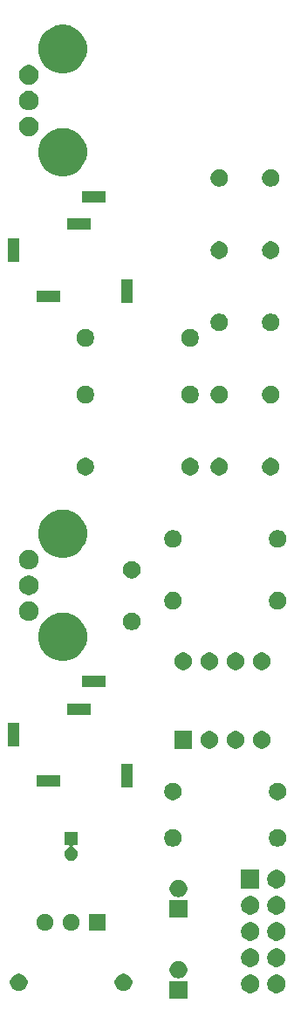
<source format=gbr>
G04 #@! TF.GenerationSoftware,KiCad,Pcbnew,(5.1.5)-3*
G04 #@! TF.CreationDate,2020-08-13T18:34:56-07:00*
G04 #@! TF.ProjectId,Noise_Gen_THT,4e6f6973-655f-4476-956e-5f5448542e6b,rev?*
G04 #@! TF.SameCoordinates,Original*
G04 #@! TF.FileFunction,Soldermask,Bot*
G04 #@! TF.FilePolarity,Negative*
%FSLAX46Y46*%
G04 Gerber Fmt 4.6, Leading zero omitted, Abs format (unit mm)*
G04 Created by KiCad (PCBNEW (5.1.5)-3) date 2020-08-13 18:34:56*
%MOMM*%
%LPD*%
G04 APERTURE LIST*
%ADD10C,0.100000*%
G04 APERTURE END LIST*
D10*
G36*
X18885000Y-98641000D02*
G01*
X17183000Y-98641000D01*
X17183000Y-96939000D01*
X18885000Y-96939000D01*
X18885000Y-98641000D01*
G37*
G36*
X25113512Y-96263927D02*
G01*
X25262812Y-96293624D01*
X25426784Y-96361544D01*
X25574354Y-96460147D01*
X25699853Y-96585646D01*
X25798456Y-96733216D01*
X25866376Y-96897188D01*
X25901000Y-97071259D01*
X25901000Y-97248741D01*
X25866376Y-97422812D01*
X25798456Y-97586784D01*
X25699853Y-97734354D01*
X25574354Y-97859853D01*
X25426784Y-97958456D01*
X25262812Y-98026376D01*
X25113512Y-98056073D01*
X25088742Y-98061000D01*
X24911258Y-98061000D01*
X24886488Y-98056073D01*
X24737188Y-98026376D01*
X24573216Y-97958456D01*
X24425646Y-97859853D01*
X24300147Y-97734354D01*
X24201544Y-97586784D01*
X24133624Y-97422812D01*
X24099000Y-97248741D01*
X24099000Y-97071259D01*
X24133624Y-96897188D01*
X24201544Y-96733216D01*
X24300147Y-96585646D01*
X24425646Y-96460147D01*
X24573216Y-96361544D01*
X24737188Y-96293624D01*
X24886488Y-96263927D01*
X24911258Y-96259000D01*
X25088742Y-96259000D01*
X25113512Y-96263927D01*
G37*
G36*
X27653512Y-96263927D02*
G01*
X27802812Y-96293624D01*
X27966784Y-96361544D01*
X28114354Y-96460147D01*
X28239853Y-96585646D01*
X28338456Y-96733216D01*
X28406376Y-96897188D01*
X28441000Y-97071259D01*
X28441000Y-97248741D01*
X28406376Y-97422812D01*
X28338456Y-97586784D01*
X28239853Y-97734354D01*
X28114354Y-97859853D01*
X27966784Y-97958456D01*
X27802812Y-98026376D01*
X27653512Y-98056073D01*
X27628742Y-98061000D01*
X27451258Y-98061000D01*
X27426488Y-98056073D01*
X27277188Y-98026376D01*
X27113216Y-97958456D01*
X26965646Y-97859853D01*
X26840147Y-97734354D01*
X26741544Y-97586784D01*
X26673624Y-97422812D01*
X26639000Y-97248741D01*
X26639000Y-97071259D01*
X26673624Y-96897188D01*
X26741544Y-96733216D01*
X26840147Y-96585646D01*
X26965646Y-96460147D01*
X27113216Y-96361544D01*
X27277188Y-96293624D01*
X27426488Y-96263927D01*
X27451258Y-96259000D01*
X27628742Y-96259000D01*
X27653512Y-96263927D01*
G37*
G36*
X12948228Y-96209703D02*
G01*
X13103100Y-96273853D01*
X13242481Y-96366985D01*
X13361015Y-96485519D01*
X13454147Y-96624900D01*
X13518297Y-96779772D01*
X13551000Y-96944184D01*
X13551000Y-97111816D01*
X13518297Y-97276228D01*
X13454147Y-97431100D01*
X13361015Y-97570481D01*
X13242481Y-97689015D01*
X13103100Y-97782147D01*
X12948228Y-97846297D01*
X12783816Y-97879000D01*
X12616184Y-97879000D01*
X12451772Y-97846297D01*
X12296900Y-97782147D01*
X12157519Y-97689015D01*
X12038985Y-97570481D01*
X11945853Y-97431100D01*
X11881703Y-97276228D01*
X11849000Y-97111816D01*
X11849000Y-96944184D01*
X11881703Y-96779772D01*
X11945853Y-96624900D01*
X12038985Y-96485519D01*
X12157519Y-96366985D01*
X12296900Y-96273853D01*
X12451772Y-96209703D01*
X12616184Y-96177000D01*
X12783816Y-96177000D01*
X12948228Y-96209703D01*
G37*
G36*
X2788228Y-96209703D02*
G01*
X2943100Y-96273853D01*
X3082481Y-96366985D01*
X3201015Y-96485519D01*
X3294147Y-96624900D01*
X3358297Y-96779772D01*
X3391000Y-96944184D01*
X3391000Y-97111816D01*
X3358297Y-97276228D01*
X3294147Y-97431100D01*
X3201015Y-97570481D01*
X3082481Y-97689015D01*
X2943100Y-97782147D01*
X2788228Y-97846297D01*
X2623816Y-97879000D01*
X2456184Y-97879000D01*
X2291772Y-97846297D01*
X2136900Y-97782147D01*
X1997519Y-97689015D01*
X1878985Y-97570481D01*
X1785853Y-97431100D01*
X1721703Y-97276228D01*
X1689000Y-97111816D01*
X1689000Y-96944184D01*
X1721703Y-96779772D01*
X1785853Y-96624900D01*
X1878985Y-96485519D01*
X1997519Y-96366985D01*
X2136900Y-96273853D01*
X2291772Y-96209703D01*
X2456184Y-96177000D01*
X2623816Y-96177000D01*
X2788228Y-96209703D01*
G37*
G36*
X18282228Y-94971703D02*
G01*
X18437100Y-95035853D01*
X18576481Y-95128985D01*
X18695015Y-95247519D01*
X18788147Y-95386900D01*
X18852297Y-95541772D01*
X18885000Y-95706184D01*
X18885000Y-95873816D01*
X18852297Y-96038228D01*
X18788147Y-96193100D01*
X18695015Y-96332481D01*
X18576481Y-96451015D01*
X18437100Y-96544147D01*
X18282228Y-96608297D01*
X18117816Y-96641000D01*
X17950184Y-96641000D01*
X17785772Y-96608297D01*
X17630900Y-96544147D01*
X17491519Y-96451015D01*
X17372985Y-96332481D01*
X17279853Y-96193100D01*
X17215703Y-96038228D01*
X17183000Y-95873816D01*
X17183000Y-95706184D01*
X17215703Y-95541772D01*
X17279853Y-95386900D01*
X17372985Y-95247519D01*
X17491519Y-95128985D01*
X17630900Y-95035853D01*
X17785772Y-94971703D01*
X17950184Y-94939000D01*
X18117816Y-94939000D01*
X18282228Y-94971703D01*
G37*
G36*
X27653512Y-93723927D02*
G01*
X27802812Y-93753624D01*
X27966784Y-93821544D01*
X28114354Y-93920147D01*
X28239853Y-94045646D01*
X28338456Y-94193216D01*
X28406376Y-94357188D01*
X28441000Y-94531259D01*
X28441000Y-94708741D01*
X28406376Y-94882812D01*
X28338456Y-95046784D01*
X28239853Y-95194354D01*
X28114354Y-95319853D01*
X27966784Y-95418456D01*
X27802812Y-95486376D01*
X27653512Y-95516073D01*
X27628742Y-95521000D01*
X27451258Y-95521000D01*
X27426488Y-95516073D01*
X27277188Y-95486376D01*
X27113216Y-95418456D01*
X26965646Y-95319853D01*
X26840147Y-95194354D01*
X26741544Y-95046784D01*
X26673624Y-94882812D01*
X26639000Y-94708741D01*
X26639000Y-94531259D01*
X26673624Y-94357188D01*
X26741544Y-94193216D01*
X26840147Y-94045646D01*
X26965646Y-93920147D01*
X27113216Y-93821544D01*
X27277188Y-93753624D01*
X27426488Y-93723927D01*
X27451258Y-93719000D01*
X27628742Y-93719000D01*
X27653512Y-93723927D01*
G37*
G36*
X25113512Y-93723927D02*
G01*
X25262812Y-93753624D01*
X25426784Y-93821544D01*
X25574354Y-93920147D01*
X25699853Y-94045646D01*
X25798456Y-94193216D01*
X25866376Y-94357188D01*
X25901000Y-94531259D01*
X25901000Y-94708741D01*
X25866376Y-94882812D01*
X25798456Y-95046784D01*
X25699853Y-95194354D01*
X25574354Y-95319853D01*
X25426784Y-95418456D01*
X25262812Y-95486376D01*
X25113512Y-95516073D01*
X25088742Y-95521000D01*
X24911258Y-95521000D01*
X24886488Y-95516073D01*
X24737188Y-95486376D01*
X24573216Y-95418456D01*
X24425646Y-95319853D01*
X24300147Y-95194354D01*
X24201544Y-95046784D01*
X24133624Y-94882812D01*
X24099000Y-94708741D01*
X24099000Y-94531259D01*
X24133624Y-94357188D01*
X24201544Y-94193216D01*
X24300147Y-94045646D01*
X24425646Y-93920147D01*
X24573216Y-93821544D01*
X24737188Y-93753624D01*
X24886488Y-93723927D01*
X24911258Y-93719000D01*
X25088742Y-93719000D01*
X25113512Y-93723927D01*
G37*
G36*
X25113512Y-91183927D02*
G01*
X25262812Y-91213624D01*
X25426784Y-91281544D01*
X25574354Y-91380147D01*
X25699853Y-91505646D01*
X25798456Y-91653216D01*
X25866376Y-91817188D01*
X25901000Y-91991259D01*
X25901000Y-92168741D01*
X25866376Y-92342812D01*
X25798456Y-92506784D01*
X25699853Y-92654354D01*
X25574354Y-92779853D01*
X25426784Y-92878456D01*
X25262812Y-92946376D01*
X25113512Y-92976073D01*
X25088742Y-92981000D01*
X24911258Y-92981000D01*
X24886488Y-92976073D01*
X24737188Y-92946376D01*
X24573216Y-92878456D01*
X24425646Y-92779853D01*
X24300147Y-92654354D01*
X24201544Y-92506784D01*
X24133624Y-92342812D01*
X24099000Y-92168741D01*
X24099000Y-91991259D01*
X24133624Y-91817188D01*
X24201544Y-91653216D01*
X24300147Y-91505646D01*
X24425646Y-91380147D01*
X24573216Y-91281544D01*
X24737188Y-91213624D01*
X24886488Y-91183927D01*
X24911258Y-91179000D01*
X25088742Y-91179000D01*
X25113512Y-91183927D01*
G37*
G36*
X27653512Y-91183927D02*
G01*
X27802812Y-91213624D01*
X27966784Y-91281544D01*
X28114354Y-91380147D01*
X28239853Y-91505646D01*
X28338456Y-91653216D01*
X28406376Y-91817188D01*
X28441000Y-91991259D01*
X28441000Y-92168741D01*
X28406376Y-92342812D01*
X28338456Y-92506784D01*
X28239853Y-92654354D01*
X28114354Y-92779853D01*
X27966784Y-92878456D01*
X27802812Y-92946376D01*
X27653512Y-92976073D01*
X27628742Y-92981000D01*
X27451258Y-92981000D01*
X27426488Y-92976073D01*
X27277188Y-92946376D01*
X27113216Y-92878456D01*
X26965646Y-92779853D01*
X26840147Y-92654354D01*
X26741544Y-92506784D01*
X26673624Y-92342812D01*
X26639000Y-92168741D01*
X26639000Y-91991259D01*
X26673624Y-91817188D01*
X26741544Y-91653216D01*
X26840147Y-91505646D01*
X26965646Y-91380147D01*
X27113216Y-91281544D01*
X27277188Y-91213624D01*
X27426488Y-91183927D01*
X27451258Y-91179000D01*
X27628742Y-91179000D01*
X27653512Y-91183927D01*
G37*
G36*
X7856560Y-90406166D02*
G01*
X8004153Y-90467301D01*
X8136982Y-90556055D01*
X8249945Y-90669018D01*
X8338699Y-90801847D01*
X8399834Y-90949440D01*
X8431000Y-91106123D01*
X8431000Y-91265877D01*
X8399834Y-91422560D01*
X8338699Y-91570153D01*
X8249945Y-91702982D01*
X8136982Y-91815945D01*
X8004153Y-91904699D01*
X8004152Y-91904700D01*
X8004151Y-91904700D01*
X7856560Y-91965834D01*
X7699878Y-91997000D01*
X7540122Y-91997000D01*
X7383440Y-91965834D01*
X7235849Y-91904700D01*
X7235848Y-91904700D01*
X7235847Y-91904699D01*
X7103018Y-91815945D01*
X6990055Y-91702982D01*
X6901301Y-91570153D01*
X6840166Y-91422560D01*
X6809000Y-91265877D01*
X6809000Y-91106123D01*
X6840166Y-90949440D01*
X6901301Y-90801847D01*
X6990055Y-90669018D01*
X7103018Y-90556055D01*
X7235847Y-90467301D01*
X7383440Y-90406166D01*
X7540122Y-90375000D01*
X7699878Y-90375000D01*
X7856560Y-90406166D01*
G37*
G36*
X5316560Y-90406166D02*
G01*
X5464153Y-90467301D01*
X5596982Y-90556055D01*
X5709945Y-90669018D01*
X5798699Y-90801847D01*
X5859834Y-90949440D01*
X5891000Y-91106123D01*
X5891000Y-91265877D01*
X5859834Y-91422560D01*
X5798699Y-91570153D01*
X5709945Y-91702982D01*
X5596982Y-91815945D01*
X5464153Y-91904699D01*
X5464152Y-91904700D01*
X5464151Y-91904700D01*
X5316560Y-91965834D01*
X5159878Y-91997000D01*
X5000122Y-91997000D01*
X4843440Y-91965834D01*
X4695849Y-91904700D01*
X4695848Y-91904700D01*
X4695847Y-91904699D01*
X4563018Y-91815945D01*
X4450055Y-91702982D01*
X4361301Y-91570153D01*
X4300166Y-91422560D01*
X4269000Y-91265877D01*
X4269000Y-91106123D01*
X4300166Y-90949440D01*
X4361301Y-90801847D01*
X4450055Y-90669018D01*
X4563018Y-90556055D01*
X4695847Y-90467301D01*
X4843440Y-90406166D01*
X5000122Y-90375000D01*
X5159878Y-90375000D01*
X5316560Y-90406166D01*
G37*
G36*
X10971000Y-91997000D02*
G01*
X9349000Y-91997000D01*
X9349000Y-90375000D01*
X10971000Y-90375000D01*
X10971000Y-91997000D01*
G37*
G36*
X18885000Y-90767000D02*
G01*
X17183000Y-90767000D01*
X17183000Y-89065000D01*
X18885000Y-89065000D01*
X18885000Y-90767000D01*
G37*
G36*
X27653512Y-88643927D02*
G01*
X27802812Y-88673624D01*
X27966784Y-88741544D01*
X28114354Y-88840147D01*
X28239853Y-88965646D01*
X28338456Y-89113216D01*
X28406376Y-89277188D01*
X28441000Y-89451259D01*
X28441000Y-89628741D01*
X28406376Y-89802812D01*
X28338456Y-89966784D01*
X28239853Y-90114354D01*
X28114354Y-90239853D01*
X27966784Y-90338456D01*
X27802812Y-90406376D01*
X27653512Y-90436073D01*
X27628742Y-90441000D01*
X27451258Y-90441000D01*
X27426488Y-90436073D01*
X27277188Y-90406376D01*
X27113216Y-90338456D01*
X26965646Y-90239853D01*
X26840147Y-90114354D01*
X26741544Y-89966784D01*
X26673624Y-89802812D01*
X26639000Y-89628741D01*
X26639000Y-89451259D01*
X26673624Y-89277188D01*
X26741544Y-89113216D01*
X26840147Y-88965646D01*
X26965646Y-88840147D01*
X27113216Y-88741544D01*
X27277188Y-88673624D01*
X27426488Y-88643927D01*
X27451258Y-88639000D01*
X27628742Y-88639000D01*
X27653512Y-88643927D01*
G37*
G36*
X25113512Y-88643927D02*
G01*
X25262812Y-88673624D01*
X25426784Y-88741544D01*
X25574354Y-88840147D01*
X25699853Y-88965646D01*
X25798456Y-89113216D01*
X25866376Y-89277188D01*
X25901000Y-89451259D01*
X25901000Y-89628741D01*
X25866376Y-89802812D01*
X25798456Y-89966784D01*
X25699853Y-90114354D01*
X25574354Y-90239853D01*
X25426784Y-90338456D01*
X25262812Y-90406376D01*
X25113512Y-90436073D01*
X25088742Y-90441000D01*
X24911258Y-90441000D01*
X24886488Y-90436073D01*
X24737188Y-90406376D01*
X24573216Y-90338456D01*
X24425646Y-90239853D01*
X24300147Y-90114354D01*
X24201544Y-89966784D01*
X24133624Y-89802812D01*
X24099000Y-89628741D01*
X24099000Y-89451259D01*
X24133624Y-89277188D01*
X24201544Y-89113216D01*
X24300147Y-88965646D01*
X24425646Y-88840147D01*
X24573216Y-88741544D01*
X24737188Y-88673624D01*
X24886488Y-88643927D01*
X24911258Y-88639000D01*
X25088742Y-88639000D01*
X25113512Y-88643927D01*
G37*
G36*
X18282228Y-87097703D02*
G01*
X18437100Y-87161853D01*
X18576481Y-87254985D01*
X18695015Y-87373519D01*
X18788147Y-87512900D01*
X18852297Y-87667772D01*
X18885000Y-87832184D01*
X18885000Y-87999816D01*
X18852297Y-88164228D01*
X18788147Y-88319100D01*
X18695015Y-88458481D01*
X18576481Y-88577015D01*
X18437100Y-88670147D01*
X18282228Y-88734297D01*
X18117816Y-88767000D01*
X17950184Y-88767000D01*
X17785772Y-88734297D01*
X17630900Y-88670147D01*
X17491519Y-88577015D01*
X17372985Y-88458481D01*
X17279853Y-88319100D01*
X17215703Y-88164228D01*
X17183000Y-87999816D01*
X17183000Y-87832184D01*
X17215703Y-87667772D01*
X17279853Y-87512900D01*
X17372985Y-87373519D01*
X17491519Y-87254985D01*
X17630900Y-87161853D01*
X17785772Y-87097703D01*
X17950184Y-87065000D01*
X18117816Y-87065000D01*
X18282228Y-87097703D01*
G37*
G36*
X25901000Y-87901000D02*
G01*
X24099000Y-87901000D01*
X24099000Y-86099000D01*
X25901000Y-86099000D01*
X25901000Y-87901000D01*
G37*
G36*
X27653512Y-86103927D02*
G01*
X27802812Y-86133624D01*
X27966784Y-86201544D01*
X28114354Y-86300147D01*
X28239853Y-86425646D01*
X28338456Y-86573216D01*
X28406376Y-86737188D01*
X28436073Y-86886488D01*
X28441000Y-86911258D01*
X28441000Y-87088742D01*
X28439217Y-87097705D01*
X28406376Y-87262812D01*
X28338456Y-87426784D01*
X28239853Y-87574354D01*
X28114354Y-87699853D01*
X27966784Y-87798456D01*
X27802812Y-87866376D01*
X27653512Y-87896073D01*
X27628742Y-87901000D01*
X27451258Y-87901000D01*
X27426488Y-87896073D01*
X27277188Y-87866376D01*
X27113216Y-87798456D01*
X26965646Y-87699853D01*
X26840147Y-87574354D01*
X26741544Y-87426784D01*
X26673624Y-87262812D01*
X26640783Y-87097705D01*
X26639000Y-87088742D01*
X26639000Y-86911258D01*
X26643927Y-86886488D01*
X26673624Y-86737188D01*
X26741544Y-86573216D01*
X26840147Y-86425646D01*
X26965646Y-86300147D01*
X27113216Y-86201544D01*
X27277188Y-86133624D01*
X27426488Y-86103927D01*
X27451258Y-86099000D01*
X27628742Y-86099000D01*
X27653512Y-86103927D01*
G37*
G36*
X8271000Y-83709000D02*
G01*
X7899891Y-83709000D01*
X7875505Y-83711402D01*
X7852056Y-83718515D01*
X7830445Y-83730066D01*
X7811503Y-83745611D01*
X7795958Y-83764553D01*
X7784407Y-83786164D01*
X7777294Y-83809613D01*
X7774892Y-83833999D01*
X7777294Y-83858385D01*
X7784407Y-83881834D01*
X7795958Y-83903445D01*
X7811503Y-83922387D01*
X7830445Y-83937932D01*
X7852055Y-83949483D01*
X7928364Y-83981091D01*
X8034988Y-84052335D01*
X8125665Y-84143012D01*
X8196909Y-84249636D01*
X8245983Y-84368110D01*
X8271000Y-84493882D01*
X8271000Y-84622118D01*
X8245983Y-84747890D01*
X8196909Y-84866364D01*
X8125665Y-84972988D01*
X8034988Y-85063665D01*
X7928364Y-85134909D01*
X7928363Y-85134910D01*
X7928362Y-85134910D01*
X7809890Y-85183983D01*
X7684119Y-85209000D01*
X7555881Y-85209000D01*
X7430110Y-85183983D01*
X7311638Y-85134910D01*
X7311637Y-85134910D01*
X7311636Y-85134909D01*
X7205012Y-85063665D01*
X7114335Y-84972988D01*
X7043091Y-84866364D01*
X6994017Y-84747890D01*
X6969000Y-84622118D01*
X6969000Y-84493882D01*
X6994017Y-84368110D01*
X7043091Y-84249636D01*
X7114335Y-84143012D01*
X7205012Y-84052335D01*
X7311636Y-83981091D01*
X7387945Y-83949483D01*
X7409555Y-83937932D01*
X7428497Y-83922387D01*
X7444042Y-83903445D01*
X7455593Y-83881834D01*
X7462706Y-83858385D01*
X7465108Y-83833999D01*
X7462706Y-83809613D01*
X7455593Y-83786164D01*
X7444042Y-83764553D01*
X7428497Y-83745611D01*
X7409555Y-83730066D01*
X7387944Y-83718515D01*
X7364495Y-83711402D01*
X7340109Y-83709000D01*
X6969000Y-83709000D01*
X6969000Y-82407000D01*
X8271000Y-82407000D01*
X8271000Y-83709000D01*
G37*
G36*
X27908228Y-82181703D02*
G01*
X28063100Y-82245853D01*
X28202481Y-82338985D01*
X28321015Y-82457519D01*
X28414147Y-82596900D01*
X28478297Y-82751772D01*
X28511000Y-82916184D01*
X28511000Y-83083816D01*
X28478297Y-83248228D01*
X28414147Y-83403100D01*
X28321015Y-83542481D01*
X28202481Y-83661015D01*
X28063100Y-83754147D01*
X27908228Y-83818297D01*
X27743816Y-83851000D01*
X27576184Y-83851000D01*
X27411772Y-83818297D01*
X27256900Y-83754147D01*
X27117519Y-83661015D01*
X26998985Y-83542481D01*
X26905853Y-83403100D01*
X26841703Y-83248228D01*
X26809000Y-83083816D01*
X26809000Y-82916184D01*
X26841703Y-82751772D01*
X26905853Y-82596900D01*
X26998985Y-82457519D01*
X27117519Y-82338985D01*
X27256900Y-82245853D01*
X27411772Y-82181703D01*
X27576184Y-82149000D01*
X27743816Y-82149000D01*
X27908228Y-82181703D01*
G37*
G36*
X17748228Y-82181703D02*
G01*
X17903100Y-82245853D01*
X18042481Y-82338985D01*
X18161015Y-82457519D01*
X18254147Y-82596900D01*
X18318297Y-82751772D01*
X18351000Y-82916184D01*
X18351000Y-83083816D01*
X18318297Y-83248228D01*
X18254147Y-83403100D01*
X18161015Y-83542481D01*
X18042481Y-83661015D01*
X17903100Y-83754147D01*
X17748228Y-83818297D01*
X17583816Y-83851000D01*
X17416184Y-83851000D01*
X17251772Y-83818297D01*
X17096900Y-83754147D01*
X16957519Y-83661015D01*
X16838985Y-83542481D01*
X16745853Y-83403100D01*
X16681703Y-83248228D01*
X16649000Y-83083816D01*
X16649000Y-82916184D01*
X16681703Y-82751772D01*
X16745853Y-82596900D01*
X16838985Y-82457519D01*
X16957519Y-82338985D01*
X17096900Y-82245853D01*
X17251772Y-82181703D01*
X17416184Y-82149000D01*
X17583816Y-82149000D01*
X17748228Y-82181703D01*
G37*
G36*
X27908228Y-77681703D02*
G01*
X28063100Y-77745853D01*
X28202481Y-77838985D01*
X28321015Y-77957519D01*
X28414147Y-78096900D01*
X28478297Y-78251772D01*
X28511000Y-78416184D01*
X28511000Y-78583816D01*
X28478297Y-78748228D01*
X28414147Y-78903100D01*
X28321015Y-79042481D01*
X28202481Y-79161015D01*
X28063100Y-79254147D01*
X27908228Y-79318297D01*
X27743816Y-79351000D01*
X27576184Y-79351000D01*
X27411772Y-79318297D01*
X27256900Y-79254147D01*
X27117519Y-79161015D01*
X26998985Y-79042481D01*
X26905853Y-78903100D01*
X26841703Y-78748228D01*
X26809000Y-78583816D01*
X26809000Y-78416184D01*
X26841703Y-78251772D01*
X26905853Y-78096900D01*
X26998985Y-77957519D01*
X27117519Y-77838985D01*
X27256900Y-77745853D01*
X27411772Y-77681703D01*
X27576184Y-77649000D01*
X27743816Y-77649000D01*
X27908228Y-77681703D01*
G37*
G36*
X17748228Y-77681703D02*
G01*
X17903100Y-77745853D01*
X18042481Y-77838985D01*
X18161015Y-77957519D01*
X18254147Y-78096900D01*
X18318297Y-78251772D01*
X18351000Y-78416184D01*
X18351000Y-78583816D01*
X18318297Y-78748228D01*
X18254147Y-78903100D01*
X18161015Y-79042481D01*
X18042481Y-79161015D01*
X17903100Y-79254147D01*
X17748228Y-79318297D01*
X17583816Y-79351000D01*
X17416184Y-79351000D01*
X17251772Y-79318297D01*
X17096900Y-79254147D01*
X16957519Y-79161015D01*
X16838985Y-79042481D01*
X16745853Y-78903100D01*
X16681703Y-78748228D01*
X16649000Y-78583816D01*
X16649000Y-78416184D01*
X16681703Y-78251772D01*
X16745853Y-78096900D01*
X16838985Y-77957519D01*
X16957519Y-77838985D01*
X17096900Y-77745853D01*
X17251772Y-77681703D01*
X17416184Y-77649000D01*
X17583816Y-77649000D01*
X17748228Y-77681703D01*
G37*
G36*
X13551000Y-78151000D02*
G01*
X12449000Y-78151000D01*
X12449000Y-75849000D01*
X13551000Y-75849000D01*
X13551000Y-78151000D01*
G37*
G36*
X6551000Y-78051000D02*
G01*
X4249000Y-78051000D01*
X4249000Y-76949000D01*
X6551000Y-76949000D01*
X6551000Y-78051000D01*
G37*
G36*
X19351000Y-74351000D02*
G01*
X17649000Y-74351000D01*
X17649000Y-72649000D01*
X19351000Y-72649000D01*
X19351000Y-74351000D01*
G37*
G36*
X21288228Y-72681703D02*
G01*
X21443100Y-72745853D01*
X21582481Y-72838985D01*
X21701015Y-72957519D01*
X21794147Y-73096900D01*
X21858297Y-73251772D01*
X21891000Y-73416184D01*
X21891000Y-73583816D01*
X21858297Y-73748228D01*
X21794147Y-73903100D01*
X21701015Y-74042481D01*
X21582481Y-74161015D01*
X21443100Y-74254147D01*
X21288228Y-74318297D01*
X21123816Y-74351000D01*
X20956184Y-74351000D01*
X20791772Y-74318297D01*
X20636900Y-74254147D01*
X20497519Y-74161015D01*
X20378985Y-74042481D01*
X20285853Y-73903100D01*
X20221703Y-73748228D01*
X20189000Y-73583816D01*
X20189000Y-73416184D01*
X20221703Y-73251772D01*
X20285853Y-73096900D01*
X20378985Y-72957519D01*
X20497519Y-72838985D01*
X20636900Y-72745853D01*
X20791772Y-72681703D01*
X20956184Y-72649000D01*
X21123816Y-72649000D01*
X21288228Y-72681703D01*
G37*
G36*
X23828228Y-72681703D02*
G01*
X23983100Y-72745853D01*
X24122481Y-72838985D01*
X24241015Y-72957519D01*
X24334147Y-73096900D01*
X24398297Y-73251772D01*
X24431000Y-73416184D01*
X24431000Y-73583816D01*
X24398297Y-73748228D01*
X24334147Y-73903100D01*
X24241015Y-74042481D01*
X24122481Y-74161015D01*
X23983100Y-74254147D01*
X23828228Y-74318297D01*
X23663816Y-74351000D01*
X23496184Y-74351000D01*
X23331772Y-74318297D01*
X23176900Y-74254147D01*
X23037519Y-74161015D01*
X22918985Y-74042481D01*
X22825853Y-73903100D01*
X22761703Y-73748228D01*
X22729000Y-73583816D01*
X22729000Y-73416184D01*
X22761703Y-73251772D01*
X22825853Y-73096900D01*
X22918985Y-72957519D01*
X23037519Y-72838985D01*
X23176900Y-72745853D01*
X23331772Y-72681703D01*
X23496184Y-72649000D01*
X23663816Y-72649000D01*
X23828228Y-72681703D01*
G37*
G36*
X26368228Y-72681703D02*
G01*
X26523100Y-72745853D01*
X26662481Y-72838985D01*
X26781015Y-72957519D01*
X26874147Y-73096900D01*
X26938297Y-73251772D01*
X26971000Y-73416184D01*
X26971000Y-73583816D01*
X26938297Y-73748228D01*
X26874147Y-73903100D01*
X26781015Y-74042481D01*
X26662481Y-74161015D01*
X26523100Y-74254147D01*
X26368228Y-74318297D01*
X26203816Y-74351000D01*
X26036184Y-74351000D01*
X25871772Y-74318297D01*
X25716900Y-74254147D01*
X25577519Y-74161015D01*
X25458985Y-74042481D01*
X25365853Y-73903100D01*
X25301703Y-73748228D01*
X25269000Y-73583816D01*
X25269000Y-73416184D01*
X25301703Y-73251772D01*
X25365853Y-73096900D01*
X25458985Y-72957519D01*
X25577519Y-72838985D01*
X25716900Y-72745853D01*
X25871772Y-72681703D01*
X26036184Y-72649000D01*
X26203816Y-72649000D01*
X26368228Y-72681703D01*
G37*
G36*
X2551000Y-74151000D02*
G01*
X1449000Y-74151000D01*
X1449000Y-71849000D01*
X2551000Y-71849000D01*
X2551000Y-74151000D01*
G37*
G36*
X9551000Y-71051000D02*
G01*
X7249000Y-71051000D01*
X7249000Y-69949000D01*
X9551000Y-69949000D01*
X9551000Y-71051000D01*
G37*
G36*
X10951000Y-68351000D02*
G01*
X8649000Y-68351000D01*
X8649000Y-67249000D01*
X10951000Y-67249000D01*
X10951000Y-68351000D01*
G37*
G36*
X18748228Y-65061703D02*
G01*
X18903100Y-65125853D01*
X19042481Y-65218985D01*
X19161015Y-65337519D01*
X19254147Y-65476900D01*
X19318297Y-65631772D01*
X19351000Y-65796184D01*
X19351000Y-65963816D01*
X19318297Y-66128228D01*
X19254147Y-66283100D01*
X19161015Y-66422481D01*
X19042481Y-66541015D01*
X18903100Y-66634147D01*
X18748228Y-66698297D01*
X18583816Y-66731000D01*
X18416184Y-66731000D01*
X18251772Y-66698297D01*
X18096900Y-66634147D01*
X17957519Y-66541015D01*
X17838985Y-66422481D01*
X17745853Y-66283100D01*
X17681703Y-66128228D01*
X17649000Y-65963816D01*
X17649000Y-65796184D01*
X17681703Y-65631772D01*
X17745853Y-65476900D01*
X17838985Y-65337519D01*
X17957519Y-65218985D01*
X18096900Y-65125853D01*
X18251772Y-65061703D01*
X18416184Y-65029000D01*
X18583816Y-65029000D01*
X18748228Y-65061703D01*
G37*
G36*
X21288228Y-65061703D02*
G01*
X21443100Y-65125853D01*
X21582481Y-65218985D01*
X21701015Y-65337519D01*
X21794147Y-65476900D01*
X21858297Y-65631772D01*
X21891000Y-65796184D01*
X21891000Y-65963816D01*
X21858297Y-66128228D01*
X21794147Y-66283100D01*
X21701015Y-66422481D01*
X21582481Y-66541015D01*
X21443100Y-66634147D01*
X21288228Y-66698297D01*
X21123816Y-66731000D01*
X20956184Y-66731000D01*
X20791772Y-66698297D01*
X20636900Y-66634147D01*
X20497519Y-66541015D01*
X20378985Y-66422481D01*
X20285853Y-66283100D01*
X20221703Y-66128228D01*
X20189000Y-65963816D01*
X20189000Y-65796184D01*
X20221703Y-65631772D01*
X20285853Y-65476900D01*
X20378985Y-65337519D01*
X20497519Y-65218985D01*
X20636900Y-65125853D01*
X20791772Y-65061703D01*
X20956184Y-65029000D01*
X21123816Y-65029000D01*
X21288228Y-65061703D01*
G37*
G36*
X23828228Y-65061703D02*
G01*
X23983100Y-65125853D01*
X24122481Y-65218985D01*
X24241015Y-65337519D01*
X24334147Y-65476900D01*
X24398297Y-65631772D01*
X24431000Y-65796184D01*
X24431000Y-65963816D01*
X24398297Y-66128228D01*
X24334147Y-66283100D01*
X24241015Y-66422481D01*
X24122481Y-66541015D01*
X23983100Y-66634147D01*
X23828228Y-66698297D01*
X23663816Y-66731000D01*
X23496184Y-66731000D01*
X23331772Y-66698297D01*
X23176900Y-66634147D01*
X23037519Y-66541015D01*
X22918985Y-66422481D01*
X22825853Y-66283100D01*
X22761703Y-66128228D01*
X22729000Y-65963816D01*
X22729000Y-65796184D01*
X22761703Y-65631772D01*
X22825853Y-65476900D01*
X22918985Y-65337519D01*
X23037519Y-65218985D01*
X23176900Y-65125853D01*
X23331772Y-65061703D01*
X23496184Y-65029000D01*
X23663816Y-65029000D01*
X23828228Y-65061703D01*
G37*
G36*
X26368228Y-65061703D02*
G01*
X26523100Y-65125853D01*
X26662481Y-65218985D01*
X26781015Y-65337519D01*
X26874147Y-65476900D01*
X26938297Y-65631772D01*
X26971000Y-65796184D01*
X26971000Y-65963816D01*
X26938297Y-66128228D01*
X26874147Y-66283100D01*
X26781015Y-66422481D01*
X26662481Y-66541015D01*
X26523100Y-66634147D01*
X26368228Y-66698297D01*
X26203816Y-66731000D01*
X26036184Y-66731000D01*
X25871772Y-66698297D01*
X25716900Y-66634147D01*
X25577519Y-66541015D01*
X25458985Y-66422481D01*
X25365853Y-66283100D01*
X25301703Y-66128228D01*
X25269000Y-65963816D01*
X25269000Y-65796184D01*
X25301703Y-65631772D01*
X25365853Y-65476900D01*
X25458985Y-65337519D01*
X25577519Y-65218985D01*
X25716900Y-65125853D01*
X25871772Y-65061703D01*
X26036184Y-65029000D01*
X26203816Y-65029000D01*
X26368228Y-65061703D01*
G37*
G36*
X7334358Y-61209232D02*
G01*
X7485761Y-61239348D01*
X7913616Y-61416571D01*
X8298675Y-61673859D01*
X8626141Y-62001325D01*
X8883429Y-62386384D01*
X9060652Y-62814239D01*
X9151000Y-63268447D01*
X9151000Y-63731553D01*
X9060652Y-64185761D01*
X8883429Y-64613616D01*
X8626141Y-64998675D01*
X8298675Y-65326141D01*
X7913616Y-65583429D01*
X7485761Y-65760652D01*
X7334358Y-65790768D01*
X7031555Y-65851000D01*
X6568445Y-65851000D01*
X6265642Y-65790768D01*
X6114239Y-65760652D01*
X5686384Y-65583429D01*
X5301325Y-65326141D01*
X4973859Y-64998675D01*
X4716571Y-64613616D01*
X4539348Y-64185761D01*
X4449000Y-63731553D01*
X4449000Y-63268447D01*
X4539348Y-62814239D01*
X4716571Y-62386384D01*
X4973859Y-62001325D01*
X5301325Y-61673859D01*
X5686384Y-61416571D01*
X6114239Y-61239348D01*
X6265642Y-61209232D01*
X6568445Y-61149000D01*
X7031555Y-61149000D01*
X7334358Y-61209232D01*
G37*
G36*
X13748228Y-61181703D02*
G01*
X13903100Y-61245853D01*
X14042481Y-61338985D01*
X14161015Y-61457519D01*
X14254147Y-61596900D01*
X14318297Y-61751772D01*
X14351000Y-61916184D01*
X14351000Y-62083816D01*
X14318297Y-62248228D01*
X14254147Y-62403100D01*
X14161015Y-62542481D01*
X14042481Y-62661015D01*
X13903100Y-62754147D01*
X13748228Y-62818297D01*
X13583816Y-62851000D01*
X13416184Y-62851000D01*
X13251772Y-62818297D01*
X13096900Y-62754147D01*
X12957519Y-62661015D01*
X12838985Y-62542481D01*
X12745853Y-62403100D01*
X12681703Y-62248228D01*
X12649000Y-62083816D01*
X12649000Y-61916184D01*
X12681703Y-61751772D01*
X12745853Y-61596900D01*
X12838985Y-61457519D01*
X12957519Y-61338985D01*
X13096900Y-61245853D01*
X13251772Y-61181703D01*
X13416184Y-61149000D01*
X13583816Y-61149000D01*
X13748228Y-61181703D01*
G37*
G36*
X3777395Y-60085546D02*
G01*
X3950466Y-60157234D01*
X3950467Y-60157235D01*
X4106227Y-60261310D01*
X4238690Y-60393773D01*
X4238691Y-60393775D01*
X4342766Y-60549534D01*
X4414454Y-60722605D01*
X4451000Y-60906333D01*
X4451000Y-61093667D01*
X4414454Y-61277395D01*
X4342766Y-61450466D01*
X4291081Y-61527818D01*
X4238690Y-61606227D01*
X4106227Y-61738690D01*
X4086648Y-61751772D01*
X3950466Y-61842766D01*
X3777395Y-61914454D01*
X3593667Y-61951000D01*
X3406333Y-61951000D01*
X3222605Y-61914454D01*
X3049534Y-61842766D01*
X2913352Y-61751772D01*
X2893773Y-61738690D01*
X2761310Y-61606227D01*
X2708919Y-61527818D01*
X2657234Y-61450466D01*
X2585546Y-61277395D01*
X2549000Y-61093667D01*
X2549000Y-60906333D01*
X2585546Y-60722605D01*
X2657234Y-60549534D01*
X2761309Y-60393775D01*
X2761310Y-60393773D01*
X2893773Y-60261310D01*
X3049533Y-60157235D01*
X3049534Y-60157234D01*
X3222605Y-60085546D01*
X3406333Y-60049000D01*
X3593667Y-60049000D01*
X3777395Y-60085546D01*
G37*
G36*
X27908228Y-59181703D02*
G01*
X28063100Y-59245853D01*
X28202481Y-59338985D01*
X28321015Y-59457519D01*
X28414147Y-59596900D01*
X28478297Y-59751772D01*
X28511000Y-59916184D01*
X28511000Y-60083816D01*
X28478297Y-60248228D01*
X28414147Y-60403100D01*
X28321015Y-60542481D01*
X28202481Y-60661015D01*
X28063100Y-60754147D01*
X27908228Y-60818297D01*
X27743816Y-60851000D01*
X27576184Y-60851000D01*
X27411772Y-60818297D01*
X27256900Y-60754147D01*
X27117519Y-60661015D01*
X26998985Y-60542481D01*
X26905853Y-60403100D01*
X26841703Y-60248228D01*
X26809000Y-60083816D01*
X26809000Y-59916184D01*
X26841703Y-59751772D01*
X26905853Y-59596900D01*
X26998985Y-59457519D01*
X27117519Y-59338985D01*
X27256900Y-59245853D01*
X27411772Y-59181703D01*
X27576184Y-59149000D01*
X27743816Y-59149000D01*
X27908228Y-59181703D01*
G37*
G36*
X17748228Y-59181703D02*
G01*
X17903100Y-59245853D01*
X18042481Y-59338985D01*
X18161015Y-59457519D01*
X18254147Y-59596900D01*
X18318297Y-59751772D01*
X18351000Y-59916184D01*
X18351000Y-60083816D01*
X18318297Y-60248228D01*
X18254147Y-60403100D01*
X18161015Y-60542481D01*
X18042481Y-60661015D01*
X17903100Y-60754147D01*
X17748228Y-60818297D01*
X17583816Y-60851000D01*
X17416184Y-60851000D01*
X17251772Y-60818297D01*
X17096900Y-60754147D01*
X16957519Y-60661015D01*
X16838985Y-60542481D01*
X16745853Y-60403100D01*
X16681703Y-60248228D01*
X16649000Y-60083816D01*
X16649000Y-59916184D01*
X16681703Y-59751772D01*
X16745853Y-59596900D01*
X16838985Y-59457519D01*
X16957519Y-59338985D01*
X17096900Y-59245853D01*
X17251772Y-59181703D01*
X17416184Y-59149000D01*
X17583816Y-59149000D01*
X17748228Y-59181703D01*
G37*
G36*
X3777395Y-57585546D02*
G01*
X3950466Y-57657234D01*
X4027818Y-57708919D01*
X4106227Y-57761310D01*
X4238690Y-57893773D01*
X4238691Y-57893775D01*
X4342766Y-58049534D01*
X4414454Y-58222605D01*
X4451000Y-58406333D01*
X4451000Y-58593667D01*
X4414454Y-58777395D01*
X4342766Y-58950466D01*
X4342765Y-58950467D01*
X4238690Y-59106227D01*
X4106227Y-59238690D01*
X4027818Y-59291081D01*
X3950466Y-59342766D01*
X3777395Y-59414454D01*
X3593667Y-59451000D01*
X3406333Y-59451000D01*
X3222605Y-59414454D01*
X3049534Y-59342766D01*
X2972182Y-59291081D01*
X2893773Y-59238690D01*
X2761310Y-59106227D01*
X2657235Y-58950467D01*
X2657234Y-58950466D01*
X2585546Y-58777395D01*
X2549000Y-58593667D01*
X2549000Y-58406333D01*
X2585546Y-58222605D01*
X2657234Y-58049534D01*
X2761309Y-57893775D01*
X2761310Y-57893773D01*
X2893773Y-57761310D01*
X2972182Y-57708919D01*
X3049534Y-57657234D01*
X3222605Y-57585546D01*
X3406333Y-57549000D01*
X3593667Y-57549000D01*
X3777395Y-57585546D01*
G37*
G36*
X13748228Y-56181703D02*
G01*
X13903100Y-56245853D01*
X14042481Y-56338985D01*
X14161015Y-56457519D01*
X14254147Y-56596900D01*
X14318297Y-56751772D01*
X14351000Y-56916184D01*
X14351000Y-57083816D01*
X14318297Y-57248228D01*
X14254147Y-57403100D01*
X14161015Y-57542481D01*
X14042481Y-57661015D01*
X13903100Y-57754147D01*
X13748228Y-57818297D01*
X13583816Y-57851000D01*
X13416184Y-57851000D01*
X13251772Y-57818297D01*
X13096900Y-57754147D01*
X12957519Y-57661015D01*
X12838985Y-57542481D01*
X12745853Y-57403100D01*
X12681703Y-57248228D01*
X12649000Y-57083816D01*
X12649000Y-56916184D01*
X12681703Y-56751772D01*
X12745853Y-56596900D01*
X12838985Y-56457519D01*
X12957519Y-56338985D01*
X13096900Y-56245853D01*
X13251772Y-56181703D01*
X13416184Y-56149000D01*
X13583816Y-56149000D01*
X13748228Y-56181703D01*
G37*
G36*
X3777395Y-55085546D02*
G01*
X3950466Y-55157234D01*
X3950467Y-55157235D01*
X4106227Y-55261310D01*
X4238690Y-55393773D01*
X4238691Y-55393775D01*
X4342766Y-55549534D01*
X4414454Y-55722605D01*
X4451000Y-55906333D01*
X4451000Y-56093667D01*
X4414454Y-56277395D01*
X4342766Y-56450466D01*
X4291081Y-56527818D01*
X4238690Y-56606227D01*
X4106227Y-56738690D01*
X4086648Y-56751772D01*
X3950466Y-56842766D01*
X3777395Y-56914454D01*
X3593667Y-56951000D01*
X3406333Y-56951000D01*
X3222605Y-56914454D01*
X3049534Y-56842766D01*
X2913352Y-56751772D01*
X2893773Y-56738690D01*
X2761310Y-56606227D01*
X2708919Y-56527818D01*
X2657234Y-56450466D01*
X2585546Y-56277395D01*
X2549000Y-56093667D01*
X2549000Y-55906333D01*
X2585546Y-55722605D01*
X2657234Y-55549534D01*
X2761309Y-55393775D01*
X2761310Y-55393773D01*
X2893773Y-55261310D01*
X3049533Y-55157235D01*
X3049534Y-55157234D01*
X3222605Y-55085546D01*
X3406333Y-55049000D01*
X3593667Y-55049000D01*
X3777395Y-55085546D01*
G37*
G36*
X7334358Y-51209232D02*
G01*
X7485761Y-51239348D01*
X7913616Y-51416571D01*
X8298675Y-51673859D01*
X8626141Y-52001325D01*
X8883429Y-52386384D01*
X8883430Y-52386386D01*
X9060652Y-52814240D01*
X9151000Y-53268445D01*
X9151000Y-53731555D01*
X9060652Y-54185760D01*
X8912895Y-54542480D01*
X8883429Y-54613616D01*
X8626141Y-54998675D01*
X8298675Y-55326141D01*
X7913616Y-55583429D01*
X7485761Y-55760652D01*
X7334358Y-55790768D01*
X7031555Y-55851000D01*
X6568445Y-55851000D01*
X6265642Y-55790768D01*
X6114239Y-55760652D01*
X5686384Y-55583429D01*
X5301325Y-55326141D01*
X4973859Y-54998675D01*
X4716571Y-54613616D01*
X4687106Y-54542480D01*
X4539348Y-54185760D01*
X4449000Y-53731555D01*
X4449000Y-53268445D01*
X4539348Y-52814240D01*
X4716570Y-52386386D01*
X4716571Y-52386384D01*
X4973859Y-52001325D01*
X5301325Y-51673859D01*
X5686384Y-51416571D01*
X6114239Y-51239348D01*
X6265642Y-51209232D01*
X6568445Y-51149000D01*
X7031555Y-51149000D01*
X7334358Y-51209232D01*
G37*
G36*
X27908228Y-53181703D02*
G01*
X28063100Y-53245853D01*
X28202481Y-53338985D01*
X28321015Y-53457519D01*
X28414147Y-53596900D01*
X28478297Y-53751772D01*
X28511000Y-53916184D01*
X28511000Y-54083816D01*
X28478297Y-54248228D01*
X28414147Y-54403100D01*
X28321015Y-54542481D01*
X28202481Y-54661015D01*
X28063100Y-54754147D01*
X27908228Y-54818297D01*
X27743816Y-54851000D01*
X27576184Y-54851000D01*
X27411772Y-54818297D01*
X27256900Y-54754147D01*
X27117519Y-54661015D01*
X26998985Y-54542481D01*
X26905853Y-54403100D01*
X26841703Y-54248228D01*
X26809000Y-54083816D01*
X26809000Y-53916184D01*
X26841703Y-53751772D01*
X26905853Y-53596900D01*
X26998985Y-53457519D01*
X27117519Y-53338985D01*
X27256900Y-53245853D01*
X27411772Y-53181703D01*
X27576184Y-53149000D01*
X27743816Y-53149000D01*
X27908228Y-53181703D01*
G37*
G36*
X17748228Y-53181703D02*
G01*
X17903100Y-53245853D01*
X18042481Y-53338985D01*
X18161015Y-53457519D01*
X18254147Y-53596900D01*
X18318297Y-53751772D01*
X18351000Y-53916184D01*
X18351000Y-54083816D01*
X18318297Y-54248228D01*
X18254147Y-54403100D01*
X18161015Y-54542481D01*
X18042481Y-54661015D01*
X17903100Y-54754147D01*
X17748228Y-54818297D01*
X17583816Y-54851000D01*
X17416184Y-54851000D01*
X17251772Y-54818297D01*
X17096900Y-54754147D01*
X16957519Y-54661015D01*
X16838985Y-54542481D01*
X16745853Y-54403100D01*
X16681703Y-54248228D01*
X16649000Y-54083816D01*
X16649000Y-53916184D01*
X16681703Y-53751772D01*
X16745853Y-53596900D01*
X16838985Y-53457519D01*
X16957519Y-53338985D01*
X17096900Y-53245853D01*
X17251772Y-53181703D01*
X17416184Y-53149000D01*
X17583816Y-53149000D01*
X17748228Y-53181703D01*
G37*
G36*
X19408228Y-46181703D02*
G01*
X19563100Y-46245853D01*
X19702481Y-46338985D01*
X19821015Y-46457519D01*
X19914147Y-46596900D01*
X19978297Y-46751772D01*
X20011000Y-46916184D01*
X20011000Y-47083816D01*
X19978297Y-47248228D01*
X19914147Y-47403100D01*
X19821015Y-47542481D01*
X19702481Y-47661015D01*
X19563100Y-47754147D01*
X19408228Y-47818297D01*
X19243816Y-47851000D01*
X19076184Y-47851000D01*
X18911772Y-47818297D01*
X18756900Y-47754147D01*
X18617519Y-47661015D01*
X18498985Y-47542481D01*
X18405853Y-47403100D01*
X18341703Y-47248228D01*
X18309000Y-47083816D01*
X18309000Y-46916184D01*
X18341703Y-46751772D01*
X18405853Y-46596900D01*
X18498985Y-46457519D01*
X18617519Y-46338985D01*
X18756900Y-46245853D01*
X18911772Y-46181703D01*
X19076184Y-46149000D01*
X19243816Y-46149000D01*
X19408228Y-46181703D01*
G37*
G36*
X9248228Y-46181703D02*
G01*
X9403100Y-46245853D01*
X9542481Y-46338985D01*
X9661015Y-46457519D01*
X9754147Y-46596900D01*
X9818297Y-46751772D01*
X9851000Y-46916184D01*
X9851000Y-47083816D01*
X9818297Y-47248228D01*
X9754147Y-47403100D01*
X9661015Y-47542481D01*
X9542481Y-47661015D01*
X9403100Y-47754147D01*
X9248228Y-47818297D01*
X9083816Y-47851000D01*
X8916184Y-47851000D01*
X8751772Y-47818297D01*
X8596900Y-47754147D01*
X8457519Y-47661015D01*
X8338985Y-47542481D01*
X8245853Y-47403100D01*
X8181703Y-47248228D01*
X8149000Y-47083816D01*
X8149000Y-46916184D01*
X8181703Y-46751772D01*
X8245853Y-46596900D01*
X8338985Y-46457519D01*
X8457519Y-46338985D01*
X8596900Y-46245853D01*
X8751772Y-46181703D01*
X8916184Y-46149000D01*
X9083816Y-46149000D01*
X9248228Y-46181703D01*
G37*
G36*
X22248228Y-46181703D02*
G01*
X22403100Y-46245853D01*
X22542481Y-46338985D01*
X22661015Y-46457519D01*
X22754147Y-46596900D01*
X22818297Y-46751772D01*
X22851000Y-46916184D01*
X22851000Y-47083816D01*
X22818297Y-47248228D01*
X22754147Y-47403100D01*
X22661015Y-47542481D01*
X22542481Y-47661015D01*
X22403100Y-47754147D01*
X22248228Y-47818297D01*
X22083816Y-47851000D01*
X21916184Y-47851000D01*
X21751772Y-47818297D01*
X21596900Y-47754147D01*
X21457519Y-47661015D01*
X21338985Y-47542481D01*
X21245853Y-47403100D01*
X21181703Y-47248228D01*
X21149000Y-47083816D01*
X21149000Y-46916184D01*
X21181703Y-46751772D01*
X21245853Y-46596900D01*
X21338985Y-46457519D01*
X21457519Y-46338985D01*
X21596900Y-46245853D01*
X21751772Y-46181703D01*
X21916184Y-46149000D01*
X22083816Y-46149000D01*
X22248228Y-46181703D01*
G37*
G36*
X27248228Y-46181703D02*
G01*
X27403100Y-46245853D01*
X27542481Y-46338985D01*
X27661015Y-46457519D01*
X27754147Y-46596900D01*
X27818297Y-46751772D01*
X27851000Y-46916184D01*
X27851000Y-47083816D01*
X27818297Y-47248228D01*
X27754147Y-47403100D01*
X27661015Y-47542481D01*
X27542481Y-47661015D01*
X27403100Y-47754147D01*
X27248228Y-47818297D01*
X27083816Y-47851000D01*
X26916184Y-47851000D01*
X26751772Y-47818297D01*
X26596900Y-47754147D01*
X26457519Y-47661015D01*
X26338985Y-47542481D01*
X26245853Y-47403100D01*
X26181703Y-47248228D01*
X26149000Y-47083816D01*
X26149000Y-46916184D01*
X26181703Y-46751772D01*
X26245853Y-46596900D01*
X26338985Y-46457519D01*
X26457519Y-46338985D01*
X26596900Y-46245853D01*
X26751772Y-46181703D01*
X26916184Y-46149000D01*
X27083816Y-46149000D01*
X27248228Y-46181703D01*
G37*
G36*
X19408228Y-39181703D02*
G01*
X19563100Y-39245853D01*
X19702481Y-39338985D01*
X19821015Y-39457519D01*
X19914147Y-39596900D01*
X19978297Y-39751772D01*
X20011000Y-39916184D01*
X20011000Y-40083816D01*
X19978297Y-40248228D01*
X19914147Y-40403100D01*
X19821015Y-40542481D01*
X19702481Y-40661015D01*
X19563100Y-40754147D01*
X19408228Y-40818297D01*
X19243816Y-40851000D01*
X19076184Y-40851000D01*
X18911772Y-40818297D01*
X18756900Y-40754147D01*
X18617519Y-40661015D01*
X18498985Y-40542481D01*
X18405853Y-40403100D01*
X18341703Y-40248228D01*
X18309000Y-40083816D01*
X18309000Y-39916184D01*
X18341703Y-39751772D01*
X18405853Y-39596900D01*
X18498985Y-39457519D01*
X18617519Y-39338985D01*
X18756900Y-39245853D01*
X18911772Y-39181703D01*
X19076184Y-39149000D01*
X19243816Y-39149000D01*
X19408228Y-39181703D01*
G37*
G36*
X9248228Y-39181703D02*
G01*
X9403100Y-39245853D01*
X9542481Y-39338985D01*
X9661015Y-39457519D01*
X9754147Y-39596900D01*
X9818297Y-39751772D01*
X9851000Y-39916184D01*
X9851000Y-40083816D01*
X9818297Y-40248228D01*
X9754147Y-40403100D01*
X9661015Y-40542481D01*
X9542481Y-40661015D01*
X9403100Y-40754147D01*
X9248228Y-40818297D01*
X9083816Y-40851000D01*
X8916184Y-40851000D01*
X8751772Y-40818297D01*
X8596900Y-40754147D01*
X8457519Y-40661015D01*
X8338985Y-40542481D01*
X8245853Y-40403100D01*
X8181703Y-40248228D01*
X8149000Y-40083816D01*
X8149000Y-39916184D01*
X8181703Y-39751772D01*
X8245853Y-39596900D01*
X8338985Y-39457519D01*
X8457519Y-39338985D01*
X8596900Y-39245853D01*
X8751772Y-39181703D01*
X8916184Y-39149000D01*
X9083816Y-39149000D01*
X9248228Y-39181703D01*
G37*
G36*
X27248228Y-39181703D02*
G01*
X27403100Y-39245853D01*
X27542481Y-39338985D01*
X27661015Y-39457519D01*
X27754147Y-39596900D01*
X27818297Y-39751772D01*
X27851000Y-39916184D01*
X27851000Y-40083816D01*
X27818297Y-40248228D01*
X27754147Y-40403100D01*
X27661015Y-40542481D01*
X27542481Y-40661015D01*
X27403100Y-40754147D01*
X27248228Y-40818297D01*
X27083816Y-40851000D01*
X26916184Y-40851000D01*
X26751772Y-40818297D01*
X26596900Y-40754147D01*
X26457519Y-40661015D01*
X26338985Y-40542481D01*
X26245853Y-40403100D01*
X26181703Y-40248228D01*
X26149000Y-40083816D01*
X26149000Y-39916184D01*
X26181703Y-39751772D01*
X26245853Y-39596900D01*
X26338985Y-39457519D01*
X26457519Y-39338985D01*
X26596900Y-39245853D01*
X26751772Y-39181703D01*
X26916184Y-39149000D01*
X27083816Y-39149000D01*
X27248228Y-39181703D01*
G37*
G36*
X22248228Y-39181703D02*
G01*
X22403100Y-39245853D01*
X22542481Y-39338985D01*
X22661015Y-39457519D01*
X22754147Y-39596900D01*
X22818297Y-39751772D01*
X22851000Y-39916184D01*
X22851000Y-40083816D01*
X22818297Y-40248228D01*
X22754147Y-40403100D01*
X22661015Y-40542481D01*
X22542481Y-40661015D01*
X22403100Y-40754147D01*
X22248228Y-40818297D01*
X22083816Y-40851000D01*
X21916184Y-40851000D01*
X21751772Y-40818297D01*
X21596900Y-40754147D01*
X21457519Y-40661015D01*
X21338985Y-40542481D01*
X21245853Y-40403100D01*
X21181703Y-40248228D01*
X21149000Y-40083816D01*
X21149000Y-39916184D01*
X21181703Y-39751772D01*
X21245853Y-39596900D01*
X21338985Y-39457519D01*
X21457519Y-39338985D01*
X21596900Y-39245853D01*
X21751772Y-39181703D01*
X21916184Y-39149000D01*
X22083816Y-39149000D01*
X22248228Y-39181703D01*
G37*
G36*
X9248228Y-33681703D02*
G01*
X9403100Y-33745853D01*
X9542481Y-33838985D01*
X9661015Y-33957519D01*
X9754147Y-34096900D01*
X9818297Y-34251772D01*
X9851000Y-34416184D01*
X9851000Y-34583816D01*
X9818297Y-34748228D01*
X9754147Y-34903100D01*
X9661015Y-35042481D01*
X9542481Y-35161015D01*
X9403100Y-35254147D01*
X9248228Y-35318297D01*
X9083816Y-35351000D01*
X8916184Y-35351000D01*
X8751772Y-35318297D01*
X8596900Y-35254147D01*
X8457519Y-35161015D01*
X8338985Y-35042481D01*
X8245853Y-34903100D01*
X8181703Y-34748228D01*
X8149000Y-34583816D01*
X8149000Y-34416184D01*
X8181703Y-34251772D01*
X8245853Y-34096900D01*
X8338985Y-33957519D01*
X8457519Y-33838985D01*
X8596900Y-33745853D01*
X8751772Y-33681703D01*
X8916184Y-33649000D01*
X9083816Y-33649000D01*
X9248228Y-33681703D01*
G37*
G36*
X19408228Y-33681703D02*
G01*
X19563100Y-33745853D01*
X19702481Y-33838985D01*
X19821015Y-33957519D01*
X19914147Y-34096900D01*
X19978297Y-34251772D01*
X20011000Y-34416184D01*
X20011000Y-34583816D01*
X19978297Y-34748228D01*
X19914147Y-34903100D01*
X19821015Y-35042481D01*
X19702481Y-35161015D01*
X19563100Y-35254147D01*
X19408228Y-35318297D01*
X19243816Y-35351000D01*
X19076184Y-35351000D01*
X18911772Y-35318297D01*
X18756900Y-35254147D01*
X18617519Y-35161015D01*
X18498985Y-35042481D01*
X18405853Y-34903100D01*
X18341703Y-34748228D01*
X18309000Y-34583816D01*
X18309000Y-34416184D01*
X18341703Y-34251772D01*
X18405853Y-34096900D01*
X18498985Y-33957519D01*
X18617519Y-33838985D01*
X18756900Y-33745853D01*
X18911772Y-33681703D01*
X19076184Y-33649000D01*
X19243816Y-33649000D01*
X19408228Y-33681703D01*
G37*
G36*
X22248228Y-32181703D02*
G01*
X22403100Y-32245853D01*
X22542481Y-32338985D01*
X22661015Y-32457519D01*
X22754147Y-32596900D01*
X22818297Y-32751772D01*
X22851000Y-32916184D01*
X22851000Y-33083816D01*
X22818297Y-33248228D01*
X22754147Y-33403100D01*
X22661015Y-33542481D01*
X22542481Y-33661015D01*
X22403100Y-33754147D01*
X22248228Y-33818297D01*
X22083816Y-33851000D01*
X21916184Y-33851000D01*
X21751772Y-33818297D01*
X21596900Y-33754147D01*
X21457519Y-33661015D01*
X21338985Y-33542481D01*
X21245853Y-33403100D01*
X21181703Y-33248228D01*
X21149000Y-33083816D01*
X21149000Y-32916184D01*
X21181703Y-32751772D01*
X21245853Y-32596900D01*
X21338985Y-32457519D01*
X21457519Y-32338985D01*
X21596900Y-32245853D01*
X21751772Y-32181703D01*
X21916184Y-32149000D01*
X22083816Y-32149000D01*
X22248228Y-32181703D01*
G37*
G36*
X27248228Y-32181703D02*
G01*
X27403100Y-32245853D01*
X27542481Y-32338985D01*
X27661015Y-32457519D01*
X27754147Y-32596900D01*
X27818297Y-32751772D01*
X27851000Y-32916184D01*
X27851000Y-33083816D01*
X27818297Y-33248228D01*
X27754147Y-33403100D01*
X27661015Y-33542481D01*
X27542481Y-33661015D01*
X27403100Y-33754147D01*
X27248228Y-33818297D01*
X27083816Y-33851000D01*
X26916184Y-33851000D01*
X26751772Y-33818297D01*
X26596900Y-33754147D01*
X26457519Y-33661015D01*
X26338985Y-33542481D01*
X26245853Y-33403100D01*
X26181703Y-33248228D01*
X26149000Y-33083816D01*
X26149000Y-32916184D01*
X26181703Y-32751772D01*
X26245853Y-32596900D01*
X26338985Y-32457519D01*
X26457519Y-32338985D01*
X26596900Y-32245853D01*
X26751772Y-32181703D01*
X26916184Y-32149000D01*
X27083816Y-32149000D01*
X27248228Y-32181703D01*
G37*
G36*
X13551000Y-31151000D02*
G01*
X12449000Y-31151000D01*
X12449000Y-28849000D01*
X13551000Y-28849000D01*
X13551000Y-31151000D01*
G37*
G36*
X6551000Y-31051000D02*
G01*
X4249000Y-31051000D01*
X4249000Y-29949000D01*
X6551000Y-29949000D01*
X6551000Y-31051000D01*
G37*
G36*
X2551000Y-27151000D02*
G01*
X1449000Y-27151000D01*
X1449000Y-24849000D01*
X2551000Y-24849000D01*
X2551000Y-27151000D01*
G37*
G36*
X27248228Y-25181703D02*
G01*
X27403100Y-25245853D01*
X27542481Y-25338985D01*
X27661015Y-25457519D01*
X27754147Y-25596900D01*
X27818297Y-25751772D01*
X27851000Y-25916184D01*
X27851000Y-26083816D01*
X27818297Y-26248228D01*
X27754147Y-26403100D01*
X27661015Y-26542481D01*
X27542481Y-26661015D01*
X27403100Y-26754147D01*
X27248228Y-26818297D01*
X27083816Y-26851000D01*
X26916184Y-26851000D01*
X26751772Y-26818297D01*
X26596900Y-26754147D01*
X26457519Y-26661015D01*
X26338985Y-26542481D01*
X26245853Y-26403100D01*
X26181703Y-26248228D01*
X26149000Y-26083816D01*
X26149000Y-25916184D01*
X26181703Y-25751772D01*
X26245853Y-25596900D01*
X26338985Y-25457519D01*
X26457519Y-25338985D01*
X26596900Y-25245853D01*
X26751772Y-25181703D01*
X26916184Y-25149000D01*
X27083816Y-25149000D01*
X27248228Y-25181703D01*
G37*
G36*
X22248228Y-25181703D02*
G01*
X22403100Y-25245853D01*
X22542481Y-25338985D01*
X22661015Y-25457519D01*
X22754147Y-25596900D01*
X22818297Y-25751772D01*
X22851000Y-25916184D01*
X22851000Y-26083816D01*
X22818297Y-26248228D01*
X22754147Y-26403100D01*
X22661015Y-26542481D01*
X22542481Y-26661015D01*
X22403100Y-26754147D01*
X22248228Y-26818297D01*
X22083816Y-26851000D01*
X21916184Y-26851000D01*
X21751772Y-26818297D01*
X21596900Y-26754147D01*
X21457519Y-26661015D01*
X21338985Y-26542481D01*
X21245853Y-26403100D01*
X21181703Y-26248228D01*
X21149000Y-26083816D01*
X21149000Y-25916184D01*
X21181703Y-25751772D01*
X21245853Y-25596900D01*
X21338985Y-25457519D01*
X21457519Y-25338985D01*
X21596900Y-25245853D01*
X21751772Y-25181703D01*
X21916184Y-25149000D01*
X22083816Y-25149000D01*
X22248228Y-25181703D01*
G37*
G36*
X9551000Y-24051000D02*
G01*
X7249000Y-24051000D01*
X7249000Y-22949000D01*
X9551000Y-22949000D01*
X9551000Y-24051000D01*
G37*
G36*
X10951000Y-21351000D02*
G01*
X8649000Y-21351000D01*
X8649000Y-20249000D01*
X10951000Y-20249000D01*
X10951000Y-21351000D01*
G37*
G36*
X27248228Y-18181703D02*
G01*
X27403100Y-18245853D01*
X27542481Y-18338985D01*
X27661015Y-18457519D01*
X27754147Y-18596900D01*
X27818297Y-18751772D01*
X27851000Y-18916184D01*
X27851000Y-19083816D01*
X27818297Y-19248228D01*
X27754147Y-19403100D01*
X27661015Y-19542481D01*
X27542481Y-19661015D01*
X27403100Y-19754147D01*
X27248228Y-19818297D01*
X27083816Y-19851000D01*
X26916184Y-19851000D01*
X26751772Y-19818297D01*
X26596900Y-19754147D01*
X26457519Y-19661015D01*
X26338985Y-19542481D01*
X26245853Y-19403100D01*
X26181703Y-19248228D01*
X26149000Y-19083816D01*
X26149000Y-18916184D01*
X26181703Y-18751772D01*
X26245853Y-18596900D01*
X26338985Y-18457519D01*
X26457519Y-18338985D01*
X26596900Y-18245853D01*
X26751772Y-18181703D01*
X26916184Y-18149000D01*
X27083816Y-18149000D01*
X27248228Y-18181703D01*
G37*
G36*
X22248228Y-18181703D02*
G01*
X22403100Y-18245853D01*
X22542481Y-18338985D01*
X22661015Y-18457519D01*
X22754147Y-18596900D01*
X22818297Y-18751772D01*
X22851000Y-18916184D01*
X22851000Y-19083816D01*
X22818297Y-19248228D01*
X22754147Y-19403100D01*
X22661015Y-19542481D01*
X22542481Y-19661015D01*
X22403100Y-19754147D01*
X22248228Y-19818297D01*
X22083816Y-19851000D01*
X21916184Y-19851000D01*
X21751772Y-19818297D01*
X21596900Y-19754147D01*
X21457519Y-19661015D01*
X21338985Y-19542481D01*
X21245853Y-19403100D01*
X21181703Y-19248228D01*
X21149000Y-19083816D01*
X21149000Y-18916184D01*
X21181703Y-18751772D01*
X21245853Y-18596900D01*
X21338985Y-18457519D01*
X21457519Y-18338985D01*
X21596900Y-18245853D01*
X21751772Y-18181703D01*
X21916184Y-18149000D01*
X22083816Y-18149000D01*
X22248228Y-18181703D01*
G37*
G36*
X7334358Y-14209232D02*
G01*
X7485761Y-14239348D01*
X7913616Y-14416571D01*
X8298675Y-14673859D01*
X8626141Y-15001325D01*
X8883429Y-15386384D01*
X9060652Y-15814239D01*
X9151000Y-16268447D01*
X9151000Y-16731553D01*
X9060652Y-17185761D01*
X8883429Y-17613616D01*
X8626141Y-17998675D01*
X8298675Y-18326141D01*
X7913616Y-18583429D01*
X7485761Y-18760652D01*
X7334358Y-18790768D01*
X7031555Y-18851000D01*
X6568445Y-18851000D01*
X6265642Y-18790768D01*
X6114239Y-18760652D01*
X5686384Y-18583429D01*
X5301325Y-18326141D01*
X4973859Y-17998675D01*
X4716571Y-17613616D01*
X4539348Y-17185761D01*
X4449000Y-16731553D01*
X4449000Y-16268447D01*
X4539348Y-15814239D01*
X4716571Y-15386384D01*
X4973859Y-15001325D01*
X5301325Y-14673859D01*
X5686384Y-14416571D01*
X6114239Y-14239348D01*
X6265642Y-14209232D01*
X6568445Y-14149000D01*
X7031555Y-14149000D01*
X7334358Y-14209232D01*
G37*
G36*
X3777395Y-13085546D02*
G01*
X3950466Y-13157234D01*
X3950467Y-13157235D01*
X4106227Y-13261310D01*
X4238690Y-13393773D01*
X4238691Y-13393775D01*
X4342766Y-13549534D01*
X4414454Y-13722605D01*
X4451000Y-13906333D01*
X4451000Y-14093667D01*
X4414454Y-14277395D01*
X4342766Y-14450466D01*
X4342765Y-14450467D01*
X4238690Y-14606227D01*
X4106227Y-14738690D01*
X4027818Y-14791081D01*
X3950466Y-14842766D01*
X3777395Y-14914454D01*
X3593667Y-14951000D01*
X3406333Y-14951000D01*
X3222605Y-14914454D01*
X3049534Y-14842766D01*
X2972182Y-14791081D01*
X2893773Y-14738690D01*
X2761310Y-14606227D01*
X2657235Y-14450467D01*
X2657234Y-14450466D01*
X2585546Y-14277395D01*
X2549000Y-14093667D01*
X2549000Y-13906333D01*
X2585546Y-13722605D01*
X2657234Y-13549534D01*
X2761309Y-13393775D01*
X2761310Y-13393773D01*
X2893773Y-13261310D01*
X3049533Y-13157235D01*
X3049534Y-13157234D01*
X3222605Y-13085546D01*
X3406333Y-13049000D01*
X3593667Y-13049000D01*
X3777395Y-13085546D01*
G37*
G36*
X3777395Y-10585546D02*
G01*
X3950466Y-10657234D01*
X3950467Y-10657235D01*
X4106227Y-10761310D01*
X4238690Y-10893773D01*
X4238691Y-10893775D01*
X4342766Y-11049534D01*
X4414454Y-11222605D01*
X4451000Y-11406333D01*
X4451000Y-11593667D01*
X4414454Y-11777395D01*
X4342766Y-11950466D01*
X4342765Y-11950467D01*
X4238690Y-12106227D01*
X4106227Y-12238690D01*
X4027818Y-12291081D01*
X3950466Y-12342766D01*
X3777395Y-12414454D01*
X3593667Y-12451000D01*
X3406333Y-12451000D01*
X3222605Y-12414454D01*
X3049534Y-12342766D01*
X2972182Y-12291081D01*
X2893773Y-12238690D01*
X2761310Y-12106227D01*
X2657235Y-11950467D01*
X2657234Y-11950466D01*
X2585546Y-11777395D01*
X2549000Y-11593667D01*
X2549000Y-11406333D01*
X2585546Y-11222605D01*
X2657234Y-11049534D01*
X2761309Y-10893775D01*
X2761310Y-10893773D01*
X2893773Y-10761310D01*
X3049533Y-10657235D01*
X3049534Y-10657234D01*
X3222605Y-10585546D01*
X3406333Y-10549000D01*
X3593667Y-10549000D01*
X3777395Y-10585546D01*
G37*
G36*
X3777395Y-8085546D02*
G01*
X3950466Y-8157234D01*
X3950467Y-8157235D01*
X4106227Y-8261310D01*
X4238690Y-8393773D01*
X4238691Y-8393775D01*
X4342766Y-8549534D01*
X4414454Y-8722605D01*
X4451000Y-8906333D01*
X4451000Y-9093667D01*
X4414454Y-9277395D01*
X4342766Y-9450466D01*
X4342765Y-9450467D01*
X4238690Y-9606227D01*
X4106227Y-9738690D01*
X4027818Y-9791081D01*
X3950466Y-9842766D01*
X3777395Y-9914454D01*
X3593667Y-9951000D01*
X3406333Y-9951000D01*
X3222605Y-9914454D01*
X3049534Y-9842766D01*
X2972182Y-9791081D01*
X2893773Y-9738690D01*
X2761310Y-9606227D01*
X2657235Y-9450467D01*
X2657234Y-9450466D01*
X2585546Y-9277395D01*
X2549000Y-9093667D01*
X2549000Y-8906333D01*
X2585546Y-8722605D01*
X2657234Y-8549534D01*
X2761309Y-8393775D01*
X2761310Y-8393773D01*
X2893773Y-8261310D01*
X3049533Y-8157235D01*
X3049534Y-8157234D01*
X3222605Y-8085546D01*
X3406333Y-8049000D01*
X3593667Y-8049000D01*
X3777395Y-8085546D01*
G37*
G36*
X7334358Y-4209232D02*
G01*
X7485761Y-4239348D01*
X7913616Y-4416571D01*
X8298675Y-4673859D01*
X8626141Y-5001325D01*
X8883429Y-5386384D01*
X9060652Y-5814239D01*
X9151000Y-6268447D01*
X9151000Y-6731553D01*
X9060652Y-7185761D01*
X8883429Y-7613616D01*
X8626141Y-7998675D01*
X8298675Y-8326141D01*
X7913616Y-8583429D01*
X7485761Y-8760652D01*
X7334358Y-8790768D01*
X7031555Y-8851000D01*
X6568445Y-8851000D01*
X6265642Y-8790768D01*
X6114239Y-8760652D01*
X5686384Y-8583429D01*
X5301325Y-8326141D01*
X4973859Y-7998675D01*
X4716571Y-7613616D01*
X4539348Y-7185761D01*
X4449000Y-6731553D01*
X4449000Y-6268447D01*
X4539348Y-5814239D01*
X4716571Y-5386384D01*
X4973859Y-5001325D01*
X5301325Y-4673859D01*
X5686384Y-4416571D01*
X6114239Y-4239348D01*
X6265642Y-4209232D01*
X6568445Y-4149000D01*
X7031555Y-4149000D01*
X7334358Y-4209232D01*
G37*
M02*

</source>
